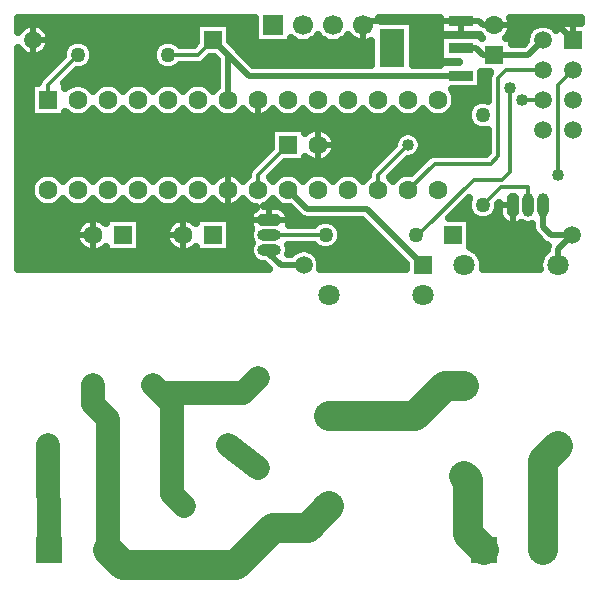
<source format=gbr>
G04 DipTrace 3.0.0.2*
G04 Bottom.gbr*
%MOIN*%
G04 #@! TF.FileFunction,Copper,L2,Bot*
G04 #@! TF.Part,Single*
%AMOUTLINE0*
4,1,8,
-0.019685,-0.029528,
-0.009843,-0.03937,
0.009843,-0.03937,
0.019685,-0.029528,
0.019685,0.029528,
0.009843,0.03937,
-0.009843,0.03937,
-0.019685,0.029528,
-0.019685,-0.029528,
0*%
%AMOUTLINE3*
4,1,8,
-0.029528,0.019685,
-0.03937,0.009843,
-0.03937,-0.009843,
-0.029528,-0.019685,
0.029528,-0.019685,
0.03937,-0.009843,
0.03937,0.009843,
0.029528,0.019685,
-0.029528,0.019685,
0*%
G04 #@! TA.AperFunction,CopperBalancing*
%ADD13C,0.019685*%
G04 #@! TA.AperFunction,Conductor*
%ADD14C,0.098425*%
%ADD15C,0.07874*%
%ADD16C,0.012992*%
G04 #@! TA.AperFunction,CopperBalancing*
%ADD17C,0.025*%
G04 #@! TA.AperFunction,ComponentPad*
%ADD18R,0.062992X0.062992*%
%ADD19C,0.062992*%
%ADD20R,0.059055X0.059055*%
%ADD21C,0.059055*%
%ADD22C,0.090551*%
%ADD23R,0.090551X0.090551*%
%ADD24C,0.070866*%
%ADD25C,0.07874*%
%ADD26O,0.03937X0.07874*%
%ADD27O,0.07874X0.03937*%
%ADD28C,0.05*%
%ADD29C,0.05*%
%ADD30C,0.07*%
%ADD31C,0.07*%
%ADD33R,0.084646X0.037402*%
%ADD34R,0.084646X0.127953*%
G04 #@! TA.AperFunction,ComponentPad*
%ADD35C,0.074803*%
%ADD36R,0.066929X0.066929*%
%ADD37C,0.066929*%
G04 #@! TA.AperFunction,ViaPad*
%ADD38C,0.04*%
G04 #@! TA.AperFunction,ComponentPad*
%ADD85OUTLINE0*%
%ADD88OUTLINE3*%
%FSLAX26Y26*%
G04*
G70*
G90*
G75*
G01*
G04 Bottom*
%LPD*%
X1593701Y2293701D2*
D13*
Y2306201D1*
X1918701D1*
X2031201Y2293701D2*
X1993701D1*
X1981201Y2306201D1*
X1918701D1*
X2031201Y2293701D2*
X2243701D1*
X2293701Y2243701D1*
X1996850Y543701D2*
D14*
X1943701Y596850D1*
Y778740D1*
X1931890Y790551D1*
X2243701Y890551D2*
X2193701Y840551D1*
Y543701D1*
X1243701Y818701D2*
D15*
X1143701Y893701D1*
X998425Y689567D2*
X997835D1*
X956201Y731201D1*
Y1031201D1*
X893701Y1093701D1*
X1243701Y1118701D2*
X1193701Y1068701D1*
X918701D1*
X893701Y1093701D1*
X1931890Y1090551D2*
D14*
X1865551D1*
X1765551Y990551D1*
X1481890D1*
X543701Y893701D2*
D15*
X546850Y543701D1*
X1281201Y1543701D2*
D16*
Y1531201D1*
D13*
X1318701Y1493701D1*
X1396063D1*
X1243701Y1743701D2*
D16*
Y1793701D1*
X1343701Y1893701D1*
X1468701Y1593701D2*
X1281201D1*
X1993701Y1693701D2*
X2052559Y1752559D1*
X2143701D1*
Y1693701D1*
X543701Y2043701D2*
Y2093701D1*
X643701Y2193701D1*
X2084173Y2083189D2*
Y1804528D1*
X2058189Y1778543D1*
X1962598D1*
X1790256Y1606201D1*
X1781201D1*
X1768701Y1593701D1*
X743701Y543701D2*
D15*
Y981201D1*
X693701Y1031201D1*
Y1093701D1*
X1481890Y690551D2*
D14*
X1410039Y618701D1*
X1293701D1*
X1168701Y493701D1*
X793701D1*
X743701Y543701D1*
X2242717Y1794685D2*
D16*
Y2092717D1*
X2293701Y2143701D1*
X1743701Y1893701D2*
X1643701Y1793701D1*
Y1743701D1*
X2123661Y2043701D2*
X2193701D1*
Y2143701D2*
X2070669D1*
X2044685Y2117717D1*
Y1858005D1*
X2018698Y1832018D1*
X1832018D1*
X1743701Y1743701D1*
X2243701Y1493701D2*
D13*
Y1546063D1*
X2291339Y1593701D1*
X2219685D1*
X2193701Y1619685D1*
Y1693701D1*
X2031201Y2193701D2*
X2143701D1*
X2193701Y2243701D1*
X1918701Y2215650D2*
Y2218701D1*
X1968701D1*
X1993701Y2193701D1*
X2031201D1*
X1143701Y2043701D2*
Y2193701D1*
X1093701Y2243701D1*
X943701Y2193701D2*
D16*
X1043701D1*
X1093701Y2243701D1*
X1918701Y2125098D2*
D13*
X1212303D1*
X1093701Y2243701D1*
X1343701Y1743701D2*
X1406201Y1681201D1*
X1606201D1*
X1793701Y1493701D1*
D38*
X2084173Y2083189D3*
X2242717Y1794685D3*
X1743701Y1893701D3*
X2123661Y2043701D3*
X446201Y2293832D2*
D17*
X466176D1*
X521226D2*
X1035171D1*
X1152231D2*
X1231264D1*
X1761655D2*
X1847378D1*
X2091684D2*
X2166176D1*
X2221226D2*
X2235201D1*
X546176Y2268963D2*
X1035171D1*
X1152231D2*
X1231264D1*
X1761655D2*
X1847378D1*
X2086167D2*
X2141226D1*
X552231Y2244094D2*
X630630D1*
X656764D2*
X930630D1*
X956764D2*
X1035171D1*
X1152231D2*
X1231264D1*
X1429867D2*
X1457534D1*
X1529867D2*
X1557534D1*
X1761655D2*
X1847378D1*
X2091684D2*
X2135171D1*
X546567Y2219226D2*
X596499D1*
X690903D2*
X896499D1*
X1172055D2*
X1619058D1*
X1761655D2*
X1847378D1*
X446201Y2194357D2*
X464663D1*
X522739D2*
X589711D1*
X697690D2*
X889711D1*
X1196909D2*
X1619058D1*
X1761655D2*
X1847378D1*
X446201Y2169488D2*
X570375D1*
X691635D2*
X895766D1*
X1068588D2*
X1104898D1*
X1221762D2*
X1619058D1*
X1761655D2*
X1847378D1*
X446201Y2144619D2*
X545474D1*
X661752D2*
X925650D1*
X961752D2*
X1104898D1*
X446201Y2119751D2*
X520619D1*
X618882D2*
X1104898D1*
X1990024D2*
X2009291D1*
X446201Y2094882D2*
X483218D1*
X673471D2*
X713930D1*
X773471D2*
X813930D1*
X873471D2*
X913930D1*
X973471D2*
X1013930D1*
X1073471D2*
X1104898D1*
X1990024D2*
X2009194D1*
X446201Y2070013D2*
X483218D1*
X1897886D2*
X2009194D1*
X446201Y2045144D2*
X483218D1*
X1904184D2*
X1988979D1*
X446201Y2020276D2*
X483218D1*
X1899252D2*
X1947084D1*
X446201Y1995407D2*
X483218D1*
X678306D2*
X709096D1*
X778306D2*
X809096D1*
X878306D2*
X909096D1*
X978306D2*
X1009096D1*
X1078306D2*
X1109096D1*
X1178306D2*
X1209096D1*
X1278306D2*
X1309096D1*
X1378306D2*
X1409096D1*
X1478306D2*
X1509096D1*
X1578306D2*
X1609096D1*
X1678306D2*
X1709096D1*
X1778306D2*
X1809096D1*
X1878306D2*
X1939760D1*
X446201Y1970538D2*
X1945230D1*
X446201Y1945669D2*
X1283218D1*
X1471909D2*
X1972622D1*
X446201Y1920801D2*
X1283218D1*
X1497446D2*
X1703432D1*
X1783970D2*
X2009194D1*
X446201Y1895932D2*
X1283218D1*
X1504135D2*
X1694741D1*
X1792660D2*
X2009194D1*
X446201Y1871063D2*
X1271938D1*
X1499594D2*
X1671938D1*
X1786802D2*
X2008608D1*
X446201Y1846194D2*
X1247084D1*
X1479478D2*
X1647084D1*
X1745346D2*
X1797084D1*
X446201Y1821325D2*
X1222182D1*
X1320444D2*
X1622182D1*
X1720444D2*
X1772182D1*
X446201Y1796457D2*
X517154D1*
X570248D2*
X617154D1*
X670248D2*
X717154D1*
X770248D2*
X817154D1*
X870248D2*
X917154D1*
X970248D2*
X1017154D1*
X1070248D2*
X1117154D1*
X1170248D2*
X1208364D1*
X1295591D2*
X1317154D1*
X1370248D2*
X1417154D1*
X1470248D2*
X1517154D1*
X1570248D2*
X1608364D1*
X1695591D2*
X1717154D1*
X446201Y1771588D2*
X490346D1*
X446201Y1746719D2*
X483315D1*
X446201Y1721850D2*
X487466D1*
X446201Y1696982D2*
X506850D1*
X580551D2*
X606850D1*
X680551D2*
X706850D1*
X780551D2*
X806850D1*
X880551D2*
X906850D1*
X980551D2*
X1006850D1*
X1080551D2*
X1106850D1*
X1180551D2*
X1206850D1*
X1280551D2*
X1306850D1*
X446201Y1672113D2*
X1220474D1*
X1341928D2*
X1361440D1*
X1905307D2*
X1944448D1*
X446201Y1647244D2*
X668959D1*
X718442D2*
X733218D1*
X854184D2*
X968959D1*
X1018442D2*
X1033218D1*
X1154184D2*
X1212856D1*
X1349546D2*
X1390786D1*
X1952231D2*
X1969008D1*
X2018394D2*
X2051138D1*
X446201Y1622375D2*
X640786D1*
X854184D2*
X940786D1*
X1154184D2*
X1215492D1*
X1513950D2*
X1611147D1*
X1952231D2*
X2154898D1*
X446201Y1597507D2*
X633315D1*
X854184D2*
X933315D1*
X1154184D2*
X1213003D1*
X1522543D2*
X1636050D1*
X1952231D2*
X2162416D1*
X446201Y1572638D2*
X637172D1*
X854184D2*
X937172D1*
X1154184D2*
X1217934D1*
X1518198D2*
X1660903D1*
X1952231D2*
X2186879D1*
X446201Y1547769D2*
X655825D1*
X854184D2*
X955825D1*
X1154184D2*
X1213003D1*
X1349399D2*
X1378920D1*
X1413218D2*
X1442934D1*
X1494467D2*
X1685756D1*
X1964584D2*
X2204898D1*
X446201Y1522900D2*
X1217787D1*
X1446371D2*
X1710659D1*
X1988999D2*
X2186587D1*
X446201Y1498031D2*
X1252163D1*
X1454428D2*
X1735171D1*
X1996176D2*
X2179409D1*
X748213Y1651689D2*
X851689D1*
Y1535713D1*
X735713D1*
Y1553730D1*
X729503Y1548084D1*
X723320Y1543848D1*
X716643Y1540444D1*
X709583Y1537930D1*
X702257Y1536348D1*
X694789Y1535723D1*
X687302Y1536067D1*
X679921Y1537374D1*
X672772Y1539621D1*
X665971Y1542772D1*
X659635Y1546774D1*
X653866Y1551560D1*
X648764Y1557050D1*
X644412Y1563151D1*
X640883Y1569764D1*
X638238Y1576776D1*
X636518Y1584071D1*
X635753Y1591526D1*
X635957Y1599018D1*
X637125Y1606421D1*
X639238Y1613612D1*
X642261Y1620470D1*
X646143Y1626881D1*
X650820Y1632738D1*
X656213Y1637942D1*
X662232Y1642408D1*
X668777Y1646059D1*
X675739Y1648837D1*
X683000Y1650693D1*
X690440Y1651597D1*
X697934Y1651534D1*
X705358Y1650505D1*
X712587Y1648528D1*
X719500Y1645634D1*
X725983Y1641873D1*
X731927Y1637306D1*
X735718Y1633657D1*
X735713Y1651689D1*
X748213D1*
X1035710Y1553745D2*
X1029503Y1548084D1*
X1023320Y1543848D1*
X1016643Y1540444D1*
X1009583Y1537930D1*
X1002257Y1536348D1*
X994789Y1535723D1*
X987302Y1536067D1*
X979921Y1537374D1*
X972772Y1539621D1*
X965971Y1542772D1*
X959635Y1546774D1*
X953866Y1551560D1*
X948764Y1557050D1*
X944412Y1563151D1*
X940883Y1569764D1*
X938238Y1576776D1*
X936518Y1584071D1*
X935753Y1591526D1*
X935957Y1599018D1*
X937125Y1606421D1*
X939238Y1613612D1*
X942261Y1620470D1*
X946143Y1626881D1*
X950820Y1632738D1*
X956213Y1637942D1*
X962232Y1642408D1*
X968777Y1646059D1*
X975739Y1648837D1*
X983000Y1650693D1*
X990440Y1651597D1*
X997934Y1651534D1*
X1005358Y1650505D1*
X1012587Y1648528D1*
X1019500Y1645634D1*
X1025983Y1641873D1*
X1031927Y1637306D1*
X1035718Y1633657D1*
X1035713Y1651689D1*
X1151689D1*
Y1535713D1*
X1035713D1*
Y1553730D1*
X2071211Y2251689D2*
X2089189D1*
Y2230058D1*
X2128710Y2230035D1*
X2137854Y2239306D1*
Y2248096D1*
X2139228Y2256778D1*
X2141945Y2265139D1*
X2145936Y2272971D1*
X2151104Y2280083D1*
X2157319Y2286298D1*
X2164430Y2291466D1*
X2172262Y2295457D1*
X2180623Y2298173D1*
X2189306Y2299547D1*
X2198096D1*
X2206778Y2298173D1*
X2215139Y2295457D1*
X2222971Y2291466D1*
X2230083Y2286298D1*
X2236298Y2280083D1*
X2237692Y2278315D1*
X2237681Y2299720D1*
X2318706D1*
X2318701Y2318701D1*
X2083496D1*
X2086759Y2310315D1*
X2088437Y2303010D1*
X2089189Y2293701D1*
X2088705Y2286222D1*
X2087260Y2278867D1*
X2084878Y2271761D1*
X2081600Y2265021D1*
X2077480Y2258760D1*
X2071155Y2251685D1*
X1991235Y2251690D2*
X1982516Y2261008D1*
X1849886D1*
Y2318713D1*
X1648241Y2318701D1*
X1651341Y2310203D1*
X1652346Y2306118D1*
X1759169D1*
Y2161440D1*
X1849852Y2161433D1*
X1849886Y2170291D1*
X1912516Y2170457D1*
X1849886D1*
Y2260843D1*
X1983430D1*
X1880406Y1649720D2*
X1949720D1*
Y1552992D1*
X1960003Y1548877D1*
X1968289Y1543799D1*
X1975677Y1537488D1*
X1981988Y1530100D1*
X1987066Y1521814D1*
X1990785Y1512837D1*
X1993052Y1503388D1*
X1993815Y1493701D1*
X1993052Y1484013D1*
X1992493Y1481201D1*
X2183008D1*
X2181966Y1488843D1*
Y1498559D1*
X2183487Y1508157D1*
X2186490Y1517399D1*
X2190900Y1526056D1*
X2196613Y1533919D1*
X2203483Y1540789D1*
X2207381Y1543852D1*
X2207814Y1551747D1*
X2209280Y1557657D1*
X2208457Y1559144D1*
X2203189Y1561327D1*
X2198328Y1564306D1*
X2193992Y1568008D1*
X2166072Y1596088D1*
X2162720Y1600701D1*
X2160133Y1605781D1*
X2158370Y1611203D1*
X2157478Y1616835D1*
X2157366Y1629890D1*
X2150924Y1628407D1*
X2143701Y1627839D1*
X2136478Y1628407D1*
X2129432Y1630098D1*
X2122736Y1632871D1*
X2120598Y1634068D1*
X2115571Y1630726D1*
X2109728Y1628571D1*
X2103543Y1627839D1*
X2079714Y1628164D1*
X2073720Y1629856D1*
X2068286Y1632898D1*
X2063358Y1637366D1*
X2052583Y1648601D1*
X2049541Y1654035D1*
X2047849Y1660029D1*
X2047524Y1666673D1*
Y1700882D1*
X2045034Y1697740D1*
Y1689661D1*
X2043770Y1681680D1*
X2041273Y1673996D1*
X2037605Y1666797D1*
X2032856Y1660260D1*
X2027142Y1654546D1*
X2020605Y1649797D1*
X2013406Y1646129D1*
X2005722Y1643631D1*
X1997740Y1642367D1*
X1989661D1*
X1981680Y1643631D1*
X1973996Y1646129D1*
X1966797Y1649797D1*
X1960260Y1654546D1*
X1954546Y1660260D1*
X1949797Y1666797D1*
X1946129Y1673996D1*
X1943631Y1681680D1*
X1942367Y1689661D1*
Y1697740D1*
X1943631Y1705722D1*
X1946129Y1713406D1*
X1947891Y1717202D1*
X1880446Y1649738D1*
X1737681Y1481186D2*
Y1498374D1*
X1591129Y1644888D1*
X1474512Y1644866D1*
X1480722Y1643770D1*
X1488406Y1641273D1*
X1495605Y1637605D1*
X1502142Y1632856D1*
X1507856Y1627142D1*
X1512605Y1620605D1*
X1516273Y1613406D1*
X1518770Y1605722D1*
X1520034Y1597740D1*
Y1589661D1*
X1518770Y1581680D1*
X1516273Y1573996D1*
X1512605Y1566797D1*
X1507856Y1560260D1*
X1502142Y1554546D1*
X1495605Y1549797D1*
X1488406Y1546129D1*
X1480722Y1543631D1*
X1472740Y1542367D1*
X1464661D1*
X1456680Y1543631D1*
X1448996Y1546129D1*
X1441797Y1549797D1*
X1435260Y1554546D1*
X1429184Y1560718D1*
X1343848Y1560713D1*
X1345787Y1554480D1*
X1346921Y1547324D1*
Y1540077D1*
X1345787Y1532921D1*
X1344969Y1530017D1*
X1353466Y1530083D1*
X1359681Y1536298D1*
X1366793Y1541466D1*
X1374625Y1545457D1*
X1382986Y1548173D1*
X1391668Y1549547D1*
X1400458D1*
X1409140Y1548173D1*
X1417501Y1545457D1*
X1425333Y1541466D1*
X1432445Y1536298D1*
X1438660Y1530083D1*
X1443828Y1522971D1*
X1447819Y1515139D1*
X1450535Y1506778D1*
X1451909Y1498096D1*
Y1489306D1*
X1450646Y1481180D1*
X1737696Y1481201D1*
X1429184Y1626684D2*
X1435260Y1632856D1*
X1441797Y1637605D1*
X1448996Y1641273D1*
X1456680Y1643770D1*
X1463360Y1644881D1*
X1403350Y1644978D1*
X1397719Y1645870D1*
X1392297Y1647633D1*
X1387217Y1650220D1*
X1382604Y1653572D1*
X1349951Y1686064D1*
X1343701Y1685713D1*
X1334630Y1686427D1*
X1325781Y1688551D1*
X1317375Y1692033D1*
X1309617Y1696787D1*
X1302697Y1702697D1*
X1296787Y1709617D1*
X1293727Y1714349D1*
X1287795Y1706041D1*
X1281361Y1699606D1*
X1274000Y1694257D1*
X1265277Y1689878D1*
X1314873Y1689552D1*
X1320866Y1687861D1*
X1326301Y1684819D1*
X1331228Y1680350D1*
X1342004Y1669115D1*
X1345046Y1663681D1*
X1346738Y1657688D1*
X1347063Y1651043D1*
X1346736Y1629714D1*
X1346219Y1627276D1*
X1347050Y1636806D1*
X1346736Y1629714D1*
X1346093Y1626689D1*
X1429199D1*
X2011702Y1945500D2*
X2005722Y1943631D1*
X1997740Y1942367D1*
X1989661D1*
X1981680Y1943631D1*
X1973996Y1946129D1*
X1966797Y1949797D1*
X1960260Y1954546D1*
X1954546Y1960260D1*
X1949797Y1966797D1*
X1946129Y1973996D1*
X1943631Y1981680D1*
X1942367Y1989661D1*
Y1997740D1*
X1943631Y2005722D1*
X1946129Y2013406D1*
X1949797Y2020605D1*
X1954546Y2027142D1*
X1960260Y2032856D1*
X1966797Y2037605D1*
X1973996Y2041273D1*
X1981680Y2043770D1*
X1989661Y2045034D1*
X1997740D1*
X2005722Y2043770D1*
X2011702Y2041902D1*
X2011798Y2120304D1*
X2013311Y2127911D1*
X2016558Y2134953D1*
X2016777Y2135281D1*
X2016558Y2134953D1*
X2017070Y2135713D1*
X1987480D1*
X1987516Y2079906D1*
X1889030D1*
X1893144Y2074000D1*
X1897274Y2065892D1*
X1900087Y2057238D1*
X1901510Y2048251D1*
Y2039151D1*
X1900087Y2030164D1*
X1897274Y2021509D1*
X1893144Y2013402D1*
X1887795Y2006041D1*
X1881361Y1999606D1*
X1874000Y1994257D1*
X1865892Y1990127D1*
X1857238Y1987315D1*
X1848251Y1985891D1*
X1839151D1*
X1830164Y1987315D1*
X1821509Y1990127D1*
X1813402Y1994257D1*
X1806041Y1999606D1*
X1799606Y2006041D1*
X1793727Y2014349D1*
X1787795Y2006041D1*
X1781361Y1999606D1*
X1774000Y1994257D1*
X1765892Y1990127D1*
X1757238Y1987315D1*
X1748251Y1985891D1*
X1739151D1*
X1730164Y1987315D1*
X1721509Y1990127D1*
X1713402Y1994257D1*
X1706041Y1999606D1*
X1699606Y2006041D1*
X1693727Y2014349D1*
X1687795Y2006041D1*
X1681361Y1999606D1*
X1674000Y1994257D1*
X1665892Y1990127D1*
X1657238Y1987315D1*
X1648251Y1985891D1*
X1639151D1*
X1630164Y1987315D1*
X1621509Y1990127D1*
X1613402Y1994257D1*
X1606041Y1999606D1*
X1599606Y2006041D1*
X1593727Y2014349D1*
X1587795Y2006041D1*
X1581361Y1999606D1*
X1574000Y1994257D1*
X1565892Y1990127D1*
X1557238Y1987315D1*
X1548251Y1985891D1*
X1539151D1*
X1530164Y1987315D1*
X1521509Y1990127D1*
X1513402Y1994257D1*
X1506041Y1999606D1*
X1499606Y2006041D1*
X1493727Y2014349D1*
X1487795Y2006041D1*
X1481361Y1999606D1*
X1474000Y1994257D1*
X1465892Y1990127D1*
X1457238Y1987315D1*
X1448251Y1985891D1*
X1439151D1*
X1430164Y1987315D1*
X1421509Y1990127D1*
X1413402Y1994257D1*
X1406041Y1999606D1*
X1399606Y2006041D1*
X1393727Y2014349D1*
X1387795Y2006041D1*
X1381361Y1999606D1*
X1374000Y1994257D1*
X1365892Y1990127D1*
X1357238Y1987315D1*
X1348251Y1985891D1*
X1339151D1*
X1330164Y1987315D1*
X1321509Y1990127D1*
X1313402Y1994257D1*
X1306041Y1999606D1*
X1299606Y2006041D1*
X1293727Y2014349D1*
X1288432Y2006798D1*
X1283298Y2001337D1*
X1277504Y1996584D1*
X1271144Y1992618D1*
X1264327Y1989505D1*
X1257164Y1987297D1*
X1249777Y1986031D1*
X1242289Y1985730D1*
X1234823Y1986396D1*
X1227507Y1988020D1*
X1220461Y1990573D1*
X1213802Y1994014D1*
X1207644Y1998286D1*
X1202088Y2003316D1*
X1197226Y2009020D1*
X1193713Y2014337D1*
X1187795Y2006041D1*
X1181361Y1999606D1*
X1174000Y1994257D1*
X1165892Y1990127D1*
X1157238Y1987315D1*
X1148251Y1985891D1*
X1139151D1*
X1130164Y1987315D1*
X1121509Y1990127D1*
X1113402Y1994257D1*
X1106041Y1999606D1*
X1099606Y2006041D1*
X1093727Y2014349D1*
X1087795Y2006041D1*
X1081361Y1999606D1*
X1074000Y1994257D1*
X1065892Y1990127D1*
X1057238Y1987315D1*
X1048251Y1985891D1*
X1039151D1*
X1030164Y1987315D1*
X1021509Y1990127D1*
X1013402Y1994257D1*
X1006041Y1999606D1*
X999606Y2006041D1*
X993727Y2014349D1*
X987795Y2006041D1*
X981361Y1999606D1*
X974000Y1994257D1*
X965892Y1990127D1*
X957238Y1987315D1*
X948251Y1985891D1*
X939151D1*
X930164Y1987315D1*
X921509Y1990127D1*
X913402Y1994257D1*
X906041Y1999606D1*
X899606Y2006041D1*
X893727Y2014349D1*
X887795Y2006041D1*
X881361Y1999606D1*
X874000Y1994257D1*
X865892Y1990127D1*
X857238Y1987315D1*
X848251Y1985891D1*
X839151D1*
X830164Y1987315D1*
X821509Y1990127D1*
X813402Y1994257D1*
X806041Y1999606D1*
X799606Y2006041D1*
X793727Y2014349D1*
X787795Y2006041D1*
X781361Y1999606D1*
X774000Y1994257D1*
X765892Y1990127D1*
X757238Y1987315D1*
X748251Y1985891D1*
X739151D1*
X730164Y1987315D1*
X721509Y1990127D1*
X713402Y1994257D1*
X706041Y1999606D1*
X699606Y2006041D1*
X693727Y2014349D1*
X687795Y2006041D1*
X681361Y1999606D1*
X674000Y1994257D1*
X665892Y1990127D1*
X657238Y1987315D1*
X648251Y1985891D1*
X639151D1*
X630164Y1987315D1*
X621509Y1990127D1*
X613402Y1994257D1*
X606041Y1999606D1*
X601694Y2003781D1*
X601689Y1985713D1*
X485713D1*
Y2101689D1*
X511738D1*
X513223Y2106325D1*
X517013Y2113091D1*
X520374Y2117028D1*
X592432Y2189084D1*
X592367Y2197740D1*
X593631Y2205722D1*
X596129Y2213406D1*
X599797Y2220605D1*
X604546Y2227142D1*
X610260Y2232856D1*
X616797Y2237605D1*
X623996Y2241273D1*
X631680Y2243770D1*
X639661Y2245034D1*
X647740D1*
X655722Y2243770D1*
X663406Y2241273D1*
X670605Y2237605D1*
X677142Y2232856D1*
X682856Y2227142D1*
X687605Y2220605D1*
X691273Y2213406D1*
X693770Y2205722D1*
X695034Y2197740D1*
Y2189661D1*
X693770Y2181680D1*
X691273Y2173996D1*
X687605Y2166797D1*
X682856Y2160260D1*
X677142Y2154546D1*
X670605Y2149797D1*
X663406Y2146129D1*
X655722Y2143631D1*
X647740Y2142367D1*
X639080Y2142436D1*
X598353Y2101701D1*
X601689Y2101689D1*
Y2083671D1*
X609617Y2090614D1*
X617375Y2095369D1*
X625781Y2098850D1*
X634630Y2100975D1*
X643701Y2101689D1*
X652772Y2100975D1*
X661621Y2098850D1*
X670026Y2095369D1*
X677785Y2090614D1*
X684705Y2084705D1*
X690614Y2077785D1*
X693675Y2073052D1*
X699606Y2081361D1*
X706041Y2087795D1*
X713402Y2093144D1*
X721509Y2097274D1*
X730164Y2100087D1*
X739151Y2101510D1*
X748251D1*
X757238Y2100087D1*
X765892Y2097274D1*
X774000Y2093144D1*
X781361Y2087795D1*
X787795Y2081361D1*
X793675Y2073052D1*
X799606Y2081361D1*
X806041Y2087795D1*
X813402Y2093144D1*
X821509Y2097274D1*
X830164Y2100087D1*
X839151Y2101510D1*
X848251D1*
X857238Y2100087D1*
X865892Y2097274D1*
X874000Y2093144D1*
X881361Y2087795D1*
X887795Y2081361D1*
X893675Y2073052D1*
X899606Y2081361D1*
X906041Y2087795D1*
X913402Y2093144D1*
X921509Y2097274D1*
X930164Y2100087D1*
X939151Y2101510D1*
X948251D1*
X957238Y2100087D1*
X965892Y2097274D1*
X974000Y2093144D1*
X981361Y2087795D1*
X987795Y2081361D1*
X993675Y2073052D1*
X999606Y2081361D1*
X1006041Y2087795D1*
X1013402Y2093144D1*
X1021509Y2097274D1*
X1030164Y2100087D1*
X1039151Y2101510D1*
X1048251D1*
X1057238Y2100087D1*
X1065892Y2097274D1*
X1074000Y2093144D1*
X1081361Y2087795D1*
X1087795Y2081361D1*
X1093675Y2073052D1*
X1099606Y2081361D1*
X1106041Y2087795D1*
X1107367Y2088841D1*
X1107062Y2178955D1*
X1098362Y2187654D1*
X1084340Y2187681D1*
X1065125Y2168617D1*
X1058677Y2164308D1*
X1051402Y2161623D1*
X1043701Y2160713D1*
X1043367Y2160726D1*
X983202Y2160713D1*
X977142Y2154546D1*
X970605Y2149797D1*
X963406Y2146129D1*
X955722Y2143631D1*
X947740Y2142367D1*
X939661D1*
X931680Y2143631D1*
X923996Y2146129D1*
X916797Y2149797D1*
X910260Y2154546D1*
X904546Y2160260D1*
X899797Y2166797D1*
X896129Y2173996D1*
X893631Y2181680D1*
X892367Y2189661D1*
Y2197740D1*
X893631Y2205722D1*
X896129Y2213406D1*
X899797Y2220605D1*
X904546Y2227142D1*
X910260Y2232856D1*
X916797Y2237605D1*
X923996Y2241273D1*
X931680Y2243770D1*
X939661Y2245034D1*
X947740D1*
X955722Y2243770D1*
X963406Y2241273D1*
X970605Y2237605D1*
X977142Y2232856D1*
X983218Y2226684D1*
X1030077Y2226689D1*
X1037681Y2237681D1*
Y2299720D1*
X1149720D1*
Y2239028D1*
X1227358Y2161428D1*
X1621531Y2161433D1*
X1621539Y2240562D1*
X1612555Y2236786D1*
X1605307Y2234878D1*
X1597877Y2233890D1*
X1590382Y2233836D1*
X1582940Y2234718D1*
X1575664Y2236521D1*
X1568672Y2239218D1*
X1562070Y2242766D1*
X1555962Y2247112D1*
X1550444Y2252184D1*
X1545602Y2257906D1*
X1543710Y2260621D1*
X1539293Y2254762D1*
X1532639Y2248109D1*
X1525028Y2242579D1*
X1516646Y2238308D1*
X1507697Y2235400D1*
X1498406Y2233929D1*
X1488996D1*
X1479705Y2235400D1*
X1470756Y2238308D1*
X1462374Y2242579D1*
X1454762Y2248109D1*
X1448109Y2254762D1*
X1443734Y2260646D1*
X1439293Y2254762D1*
X1432639Y2248109D1*
X1425028Y2242579D1*
X1416646Y2238308D1*
X1407697Y2235400D1*
X1398406Y2233929D1*
X1388996D1*
X1379705Y2235400D1*
X1370756Y2238308D1*
X1362374Y2242579D1*
X1354762Y2248109D1*
X1353668Y2249121D1*
X1353657Y2233744D1*
X1233744D1*
Y2318753D1*
X443701Y2318701D1*
X443837Y2269231D1*
X447692Y2275659D1*
X452369Y2281514D1*
X457786Y2286693D1*
X463846Y2291102D1*
X470441Y2294663D1*
X477451Y2297312D1*
X484753Y2299001D1*
X492214Y2299701D1*
X499702Y2299398D1*
X507084Y2298098D1*
X514224Y2295825D1*
X520999Y2292619D1*
X527285Y2288538D1*
X532969Y2283654D1*
X537950Y2278055D1*
X542140Y2271841D1*
X545463Y2265123D1*
X547860Y2258022D1*
X549286Y2250665D1*
X549664Y2241202D1*
X548831Y2233753D1*
X547009Y2226484D1*
X544234Y2219522D1*
X540554Y2212993D1*
X536037Y2207014D1*
X530760Y2201692D1*
X524822Y2197121D1*
X518325Y2193383D1*
X511388Y2190547D1*
X504135Y2188661D1*
X496694Y2187761D1*
X489201Y2187862D1*
X481787Y2188962D1*
X474588Y2191042D1*
X467730Y2194064D1*
X461337Y2197975D1*
X455524Y2202705D1*
X450392Y2208168D1*
X446037Y2214266D1*
X443690Y2218469D1*
X443701Y1481201D1*
X1279882D1*
X1263386Y1497524D1*
X1257892Y1497665D1*
X1250736Y1498799D1*
X1243845Y1501038D1*
X1237388Y1504328D1*
X1231526Y1508588D1*
X1226403Y1513711D1*
X1222143Y1519573D1*
X1218853Y1526030D1*
X1216614Y1532921D1*
X1215480Y1540077D1*
Y1547324D1*
X1216614Y1554480D1*
X1218853Y1561371D1*
X1222702Y1568664D1*
X1218853Y1576030D1*
X1216614Y1582921D1*
X1215480Y1590077D1*
Y1597324D1*
X1216614Y1604480D1*
X1218853Y1611371D1*
X1221568Y1616803D1*
X1218226Y1621831D1*
X1216071Y1627673D1*
X1215339Y1633858D1*
X1215665Y1657688D1*
X1217356Y1663681D1*
X1220398Y1669115D1*
X1224866Y1674043D1*
X1236101Y1684819D1*
X1237881Y1686001D1*
X1230164Y1687315D1*
X1221509Y1690127D1*
X1213402Y1694257D1*
X1206041Y1699606D1*
X1199606Y1706041D1*
X1193727Y1714349D1*
X1188432Y1706798D1*
X1183298Y1701337D1*
X1177504Y1696584D1*
X1171144Y1692618D1*
X1164327Y1689505D1*
X1157164Y1687297D1*
X1149777Y1686031D1*
X1142289Y1685730D1*
X1134823Y1686396D1*
X1127507Y1688020D1*
X1120461Y1690573D1*
X1113802Y1694014D1*
X1107644Y1698286D1*
X1102088Y1703316D1*
X1097226Y1709020D1*
X1093713Y1714337D1*
X1087795Y1706041D1*
X1081361Y1699606D1*
X1074000Y1694257D1*
X1065892Y1690127D1*
X1057238Y1687315D1*
X1048251Y1685891D1*
X1039151D1*
X1030164Y1687315D1*
X1021509Y1690127D1*
X1013402Y1694257D1*
X1006041Y1699606D1*
X999606Y1706041D1*
X993727Y1714349D1*
X987795Y1706041D1*
X981361Y1699606D1*
X974000Y1694257D1*
X965892Y1690127D1*
X957238Y1687315D1*
X948251Y1685891D1*
X939151D1*
X930164Y1687315D1*
X921509Y1690127D1*
X913402Y1694257D1*
X906041Y1699606D1*
X899606Y1706041D1*
X893727Y1714349D1*
X887795Y1706041D1*
X881361Y1699606D1*
X874000Y1694257D1*
X865892Y1690127D1*
X857238Y1687315D1*
X848251Y1685891D1*
X839151D1*
X830164Y1687315D1*
X821509Y1690127D1*
X813402Y1694257D1*
X806041Y1699606D1*
X799606Y1706041D1*
X793727Y1714349D1*
X787795Y1706041D1*
X781361Y1699606D1*
X774000Y1694257D1*
X765892Y1690127D1*
X757238Y1687315D1*
X748251Y1685891D1*
X739151D1*
X730164Y1687315D1*
X721509Y1690127D1*
X713402Y1694257D1*
X706041Y1699606D1*
X699606Y1706041D1*
X693727Y1714349D1*
X687795Y1706041D1*
X681361Y1699606D1*
X674000Y1694257D1*
X665892Y1690127D1*
X657238Y1687315D1*
X648251Y1685891D1*
X639151D1*
X630164Y1687315D1*
X621509Y1690127D1*
X613402Y1694257D1*
X606041Y1699606D1*
X599606Y1706041D1*
X593727Y1714349D1*
X587795Y1706041D1*
X581361Y1699606D1*
X574000Y1694257D1*
X565892Y1690127D1*
X557238Y1687315D1*
X548251Y1685891D1*
X539151D1*
X530164Y1687315D1*
X521509Y1690127D1*
X513402Y1694257D1*
X506041Y1699606D1*
X499606Y1706041D1*
X494257Y1713402D1*
X490127Y1721509D1*
X487315Y1730164D1*
X485891Y1739151D1*
Y1748251D1*
X487315Y1757238D1*
X490127Y1765892D1*
X494257Y1774000D1*
X499606Y1781361D1*
X506041Y1787795D1*
X513402Y1793144D1*
X521509Y1797274D1*
X530164Y1800087D1*
X539151Y1801510D1*
X548251D1*
X557238Y1800087D1*
X565892Y1797274D1*
X574000Y1793144D1*
X581361Y1787795D1*
X587795Y1781361D1*
X593675Y1773052D1*
X599606Y1781361D1*
X606041Y1787795D1*
X613402Y1793144D1*
X621509Y1797274D1*
X630164Y1800087D1*
X639151Y1801510D1*
X648251D1*
X657238Y1800087D1*
X665892Y1797274D1*
X674000Y1793144D1*
X681361Y1787795D1*
X687795Y1781361D1*
X693675Y1773052D1*
X699606Y1781361D1*
X706041Y1787795D1*
X713402Y1793144D1*
X721509Y1797274D1*
X730164Y1800087D1*
X739151Y1801510D1*
X748251D1*
X757238Y1800087D1*
X765892Y1797274D1*
X774000Y1793144D1*
X781361Y1787795D1*
X787795Y1781361D1*
X793675Y1773052D1*
X799606Y1781361D1*
X806041Y1787795D1*
X813402Y1793144D1*
X821509Y1797274D1*
X830164Y1800087D1*
X839151Y1801510D1*
X848251D1*
X857238Y1800087D1*
X865892Y1797274D1*
X874000Y1793144D1*
X881361Y1787795D1*
X887795Y1781361D1*
X893675Y1773052D1*
X899606Y1781361D1*
X906041Y1787795D1*
X913402Y1793144D1*
X921509Y1797274D1*
X930164Y1800087D1*
X939151Y1801510D1*
X948251D1*
X957238Y1800087D1*
X965892Y1797274D1*
X974000Y1793144D1*
X981361Y1787795D1*
X987795Y1781361D1*
X993675Y1773052D1*
X999606Y1781361D1*
X1006041Y1787795D1*
X1013402Y1793144D1*
X1021509Y1797274D1*
X1030164Y1800087D1*
X1039151Y1801510D1*
X1048251D1*
X1057238Y1800087D1*
X1065892Y1797274D1*
X1074000Y1793144D1*
X1081361Y1787795D1*
X1087795Y1781361D1*
X1093675Y1773052D1*
X1099177Y1780853D1*
X1104341Y1786285D1*
X1110163Y1791007D1*
X1116543Y1794937D1*
X1123379Y1798012D1*
X1130554Y1800178D1*
X1137948Y1801403D1*
X1145437Y1801663D1*
X1152899Y1800955D1*
X1160206Y1799290D1*
X1167239Y1796697D1*
X1173877Y1793219D1*
X1180012Y1788913D1*
X1185539Y1783852D1*
X1190369Y1778121D1*
X1193696Y1773054D1*
X1199606Y1781361D1*
X1206041Y1787795D1*
X1210726Y1791356D1*
X1211118Y1798861D1*
X1213223Y1806325D1*
X1217013Y1813091D1*
X1220374Y1817028D1*
X1285713Y1882344D1*
Y1951689D1*
X1401689D1*
X1401688Y1933651D1*
X1408155Y1939517D1*
X1414361Y1943719D1*
X1421056Y1947085D1*
X1428131Y1949560D1*
X1435466Y1951101D1*
X1442938Y1951684D1*
X1450423Y1951298D1*
X1457795Y1949950D1*
X1464932Y1947663D1*
X1471715Y1944474D1*
X1478029Y1940436D1*
X1483770Y1935618D1*
X1488843Y1930100D1*
X1493160Y1923974D1*
X1496651Y1917343D1*
X1499259Y1910315D1*
X1500937Y1903010D1*
X1501689Y1893701D1*
X1501205Y1886222D1*
X1499760Y1878867D1*
X1497378Y1871761D1*
X1494100Y1865021D1*
X1489980Y1858760D1*
X1485088Y1853083D1*
X1479503Y1848084D1*
X1473320Y1843848D1*
X1466643Y1840444D1*
X1459583Y1837930D1*
X1452257Y1836348D1*
X1444789Y1835723D1*
X1437302Y1836067D1*
X1429921Y1837374D1*
X1422772Y1839621D1*
X1415971Y1842772D1*
X1409635Y1846774D1*
X1403866Y1851560D1*
X1401696Y1853738D1*
X1401689Y1835713D1*
X1332304D1*
X1283024Y1786371D1*
X1287795Y1781361D1*
X1293675Y1773052D1*
X1299606Y1781361D1*
X1306041Y1787795D1*
X1313402Y1793144D1*
X1321509Y1797274D1*
X1330164Y1800087D1*
X1339151Y1801510D1*
X1348251D1*
X1357238Y1800087D1*
X1365892Y1797274D1*
X1374000Y1793144D1*
X1381361Y1787795D1*
X1387795Y1781361D1*
X1393675Y1773052D1*
X1399606Y1781361D1*
X1406041Y1787795D1*
X1413402Y1793144D1*
X1421509Y1797274D1*
X1430164Y1800087D1*
X1439151Y1801510D1*
X1448251D1*
X1457238Y1800087D1*
X1465892Y1797274D1*
X1474000Y1793144D1*
X1481361Y1787795D1*
X1487795Y1781361D1*
X1493675Y1773052D1*
X1499606Y1781361D1*
X1506041Y1787795D1*
X1513402Y1793144D1*
X1521509Y1797274D1*
X1530164Y1800087D1*
X1539151Y1801510D1*
X1548251D1*
X1557238Y1800087D1*
X1565892Y1797274D1*
X1574000Y1793144D1*
X1581361Y1787795D1*
X1587795Y1781361D1*
X1593675Y1773052D1*
X1599606Y1781361D1*
X1606041Y1787795D1*
X1610726Y1791356D1*
X1611118Y1798861D1*
X1613223Y1806325D1*
X1617013Y1813091D1*
X1620374Y1817028D1*
X1697197Y1893849D1*
X1697781Y1900974D1*
X1699484Y1908068D1*
X1702276Y1914808D1*
X1706088Y1921028D1*
X1710825Y1926576D1*
X1716374Y1931314D1*
X1722593Y1935126D1*
X1729333Y1937917D1*
X1736428Y1939621D1*
X1743701Y1940193D1*
X1750974Y1939621D1*
X1758068Y1937917D1*
X1764808Y1935126D1*
X1771028Y1931314D1*
X1776576Y1926576D1*
X1781314Y1921028D1*
X1785126Y1914808D1*
X1787917Y1908068D1*
X1789621Y1900974D1*
X1790193Y1893701D1*
X1789621Y1886428D1*
X1787917Y1879333D1*
X1785126Y1872593D1*
X1781314Y1866374D1*
X1776576Y1860825D1*
X1771028Y1856088D1*
X1764808Y1852276D1*
X1758068Y1849484D1*
X1750974Y1847781D1*
X1743857Y1847215D1*
X1683024Y1786371D1*
X1687795Y1781361D1*
X1693675Y1773052D1*
X1699606Y1781361D1*
X1706041Y1787795D1*
X1713402Y1793144D1*
X1721509Y1797274D1*
X1730164Y1800087D1*
X1739151Y1801510D1*
X1748251D1*
X1754080Y1800715D1*
X1810594Y1857102D1*
X1817042Y1861411D1*
X1824318Y1864094D1*
X1832018Y1865007D1*
X1832352Y1864993D1*
X2005017Y1865007D1*
X2011697Y1871629D1*
Y1945457D1*
X693701Y1651640D2*
D13*
Y1535761D1*
X635761Y1593701D2*
X693701D1*
X993701Y1651640D2*
Y1535761D1*
X935761Y1593701D2*
X993701D1*
X1443701Y1951640D2*
Y1835761D1*
Y1893701D2*
X1501640D1*
X2031201Y2293701D2*
X2089140D1*
X493701Y2299672D2*
Y2187730D1*
Y2243701D2*
X549672D1*
X2293701Y2299672D2*
Y2243701D1*
X2093701Y1693701D2*
Y1627860D1*
X2047545Y1693701D2*
X2093701D1*
X1281201Y1689857D2*
Y1643701D1*
X1215360D2*
X1347042D1*
X1243701Y2043701D2*
Y1985761D1*
X1143701Y1801640D2*
Y1685761D1*
X1918701Y2306201D2*
Y2261056D1*
X1849934Y2306201D2*
X1918701D1*
X1593701Y2293701D2*
Y2233793D1*
D18*
X793701Y1593701D3*
D19*
X693701D3*
X993701D3*
D18*
X1093701D3*
D19*
X1443701Y1893701D3*
D18*
X1343701D3*
X2031201Y2193701D3*
D19*
Y2293701D3*
D20*
X1893701Y1593701D3*
D21*
X2291339D3*
D20*
X1793701Y1493701D3*
D21*
X1396063D3*
D20*
X1093701Y2243701D3*
D21*
X693701Y1093701D3*
X893701D3*
X493701Y2243701D3*
D22*
X743701Y543701D3*
D23*
X546850D3*
D22*
X2193701D3*
D23*
X1996850D3*
D24*
X1793701Y1393701D3*
X1481890D3*
D25*
Y990551D3*
Y690551D3*
D24*
X2243701Y1493701D3*
X1931890D3*
D25*
Y1090551D3*
Y790551D3*
X2243701Y890551D3*
D20*
X2293701Y2243701D3*
D21*
X2193701D3*
X2293701Y2143701D3*
X2193701D3*
X2293701Y2043701D3*
X2193701D3*
X2293701Y1943701D3*
X2193701D3*
D85*
X2093701Y1693701D3*
D26*
X2143701D3*
X2193701D3*
D88*
X1281201Y1643701D3*
D27*
Y1593701D3*
Y1543701D3*
D28*
X1468701Y1593701D3*
D29*
X1768701D3*
D28*
X1993701Y1693701D3*
D29*
Y1993701D3*
D28*
X643701Y2193701D3*
D29*
X943701D3*
D30*
X1243701Y1118701D3*
D31*
Y818701D3*
D30*
X543701Y893701D3*
D31*
X1143701D3*
D18*
X543701Y2043701D3*
D19*
X643701D3*
X743701D3*
X843701D3*
X943701D3*
X1043701D3*
X1143701D3*
X1243701D3*
X1343701D3*
X1443701D3*
X1543701D3*
X1643701D3*
X1743701D3*
X1843701D3*
Y1743701D3*
X1743701D3*
X1643701D3*
X1543701D3*
X1443701D3*
X1343701D3*
X1243701D3*
X1143701D3*
X1043701D3*
X943701D3*
X843701D3*
X743701D3*
X643701D3*
X543701D3*
D33*
X1918701Y2306201D3*
Y2215650D3*
Y2125098D3*
D34*
X1690354Y2215650D3*
D35*
X1293701Y618701D3*
X998425Y689567D3*
D36*
X1293701Y2293701D3*
D37*
X1393701D3*
X1493701D3*
X1593701D3*
M02*

</source>
